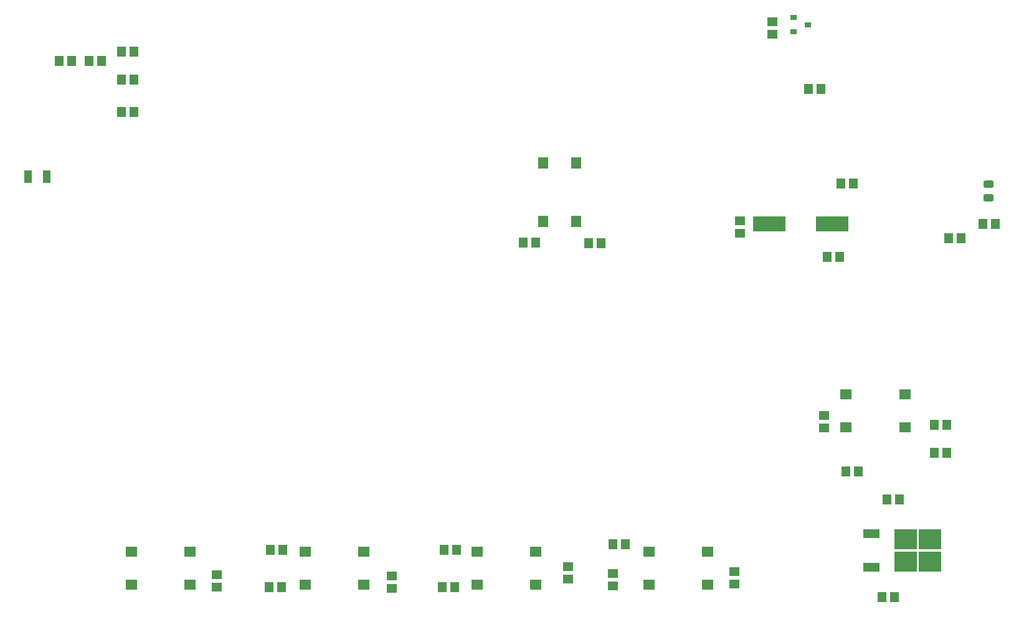
<source format=gbr>
%TF.GenerationSoftware,KiCad,Pcbnew,(6.0.5-0)*%
%TF.CreationDate,2022-07-21T01:55:02-04:00*%
%TF.ProjectId,Annahs_clock_hps,416e6e61-6873-45f6-936c-6f636b5f6870,rev?*%
%TF.SameCoordinates,Original*%
%TF.FileFunction,Paste,Top*%
%TF.FilePolarity,Positive*%
%FSLAX46Y46*%
G04 Gerber Fmt 4.6, Leading zero omitted, Abs format (unit mm)*
G04 Created by KiCad (PCBNEW (6.0.5-0)) date 2022-07-21 01:55:02*
%MOMM*%
%LPD*%
G01*
G04 APERTURE LIST*
G04 Aperture macros list*
%AMRoundRect*
0 Rectangle with rounded corners*
0 $1 Rounding radius*
0 $2 $3 $4 $5 $6 $7 $8 $9 X,Y pos of 4 corners*
0 Add a 4 corners polygon primitive as box body*
4,1,4,$2,$3,$4,$5,$6,$7,$8,$9,$2,$3,0*
0 Add four circle primitives for the rounded corners*
1,1,$1+$1,$2,$3*
1,1,$1+$1,$4,$5*
1,1,$1+$1,$6,$7*
1,1,$1+$1,$8,$9*
0 Add four rect primitives between the rounded corners*
20,1,$1+$1,$2,$3,$4,$5,0*
20,1,$1+$1,$4,$5,$6,$7,0*
20,1,$1+$1,$6,$7,$8,$9,0*
20,1,$1+$1,$8,$9,$2,$3,0*%
G04 Aperture macros list end*
%ADD10R,1.150000X1.400000*%
%ADD11R,1.000000X1.800000*%
%ADD12R,3.050000X2.750000*%
%ADD13R,2.200000X1.200000*%
%ADD14R,1.400000X1.150000*%
%ADD15R,0.900000X0.800000*%
%ADD16RoundRect,0.243750X-0.456250X0.243750X-0.456250X-0.243750X0.456250X-0.243750X0.456250X0.243750X0*%
%ADD17R,1.400000X1.600000*%
%ADD18R,4.500000X2.000000*%
%ADD19R,1.600000X1.400000*%
G04 APERTURE END LIST*
D10*
%TO.C,C6*%
X203288000Y-127000000D03*
X201588000Y-127000000D03*
%TD*%
%TO.C,R6*%
X94830000Y-67310000D03*
X93130000Y-67310000D03*
%TD*%
D11*
%TO.C,Y2*%
X87356000Y-83058000D03*
X84856000Y-83058000D03*
%TD*%
D10*
%TO.C,R17*%
X153885000Y-92075000D03*
X152185000Y-92075000D03*
%TD*%
D12*
%TO.C,U3*%
X207483000Y-135510000D03*
X204133000Y-135510000D03*
X207483000Y-132460000D03*
X204133000Y-132460000D03*
D13*
X199508000Y-131705000D03*
X199508000Y-136265000D03*
%TD*%
D10*
%TO.C,R18*%
X190920000Y-71120000D03*
X192620000Y-71120000D03*
%TD*%
D14*
%TO.C,R5*%
X193040000Y-117270000D03*
X193040000Y-115570000D03*
%TD*%
D10*
%TO.C,C2*%
X209970000Y-91440000D03*
X211670000Y-91440000D03*
%TD*%
%TO.C,R10*%
X97575000Y-74295000D03*
X99275000Y-74295000D03*
%TD*%
%TO.C,C10*%
X119517000Y-133858000D03*
X117817000Y-133858000D03*
%TD*%
%TO.C,C8*%
X97575000Y-69850000D03*
X99275000Y-69850000D03*
%TD*%
D15*
%TO.C,Q1*%
X188880000Y-61445000D03*
X188880000Y-63345000D03*
X190880000Y-62395000D03*
%TD*%
D10*
%TO.C,C7*%
X202653000Y-140335000D03*
X200953000Y-140335000D03*
%TD*%
D16*
%TO.C,D1*%
X215392000Y-85949000D03*
X215392000Y-84074000D03*
%TD*%
D14*
%TO.C,R13*%
X164338000Y-138835500D03*
X164338000Y-137135500D03*
%TD*%
D10*
%TO.C,R15*%
X141175000Y-138938000D03*
X142875000Y-138938000D03*
%TD*%
%TO.C,R12*%
X117602000Y-138938000D03*
X119302000Y-138938000D03*
%TD*%
D17*
%TO.C,SW6*%
X154845000Y-89207500D03*
X154845000Y-81207500D03*
X159345000Y-89207500D03*
X159345000Y-81207500D03*
%TD*%
D14*
%TO.C,R14*%
X186055000Y-63715000D03*
X186055000Y-62015000D03*
%TD*%
D10*
%TO.C,C11*%
X164338000Y-133120500D03*
X166038000Y-133120500D03*
%TD*%
D14*
%TO.C,R1*%
X134327000Y-139153000D03*
X134327000Y-137453000D03*
%TD*%
D18*
%TO.C,Y1*%
X185615000Y-89535000D03*
X194115000Y-89535000D03*
%TD*%
D14*
%TO.C,R8*%
X110490000Y-137238000D03*
X110490000Y-138938000D03*
%TD*%
%TO.C,R9*%
X158242000Y-137844000D03*
X158242000Y-136144000D03*
%TD*%
D19*
%TO.C,SW2*%
X122492000Y-134148000D03*
X130492000Y-134148000D03*
X122492000Y-138648000D03*
X130492000Y-138648000D03*
%TD*%
D10*
%TO.C,R11*%
X214630000Y-89535000D03*
X216330000Y-89535000D03*
%TD*%
%TO.C,C4*%
X195160000Y-93980000D03*
X193460000Y-93980000D03*
%TD*%
%TO.C,R16*%
X161075000Y-92192500D03*
X162775000Y-92192500D03*
%TD*%
D14*
%TO.C,C5*%
X181610000Y-89105000D03*
X181610000Y-90805000D03*
%TD*%
D10*
%TO.C,R4*%
X208065000Y-120650000D03*
X209765000Y-120650000D03*
%TD*%
D19*
%TO.C,SW1*%
X169228000Y-134148000D03*
X177228000Y-134148000D03*
X169228000Y-138648000D03*
X177228000Y-138648000D03*
%TD*%
D10*
%TO.C,C13*%
X143090000Y-133858000D03*
X141390000Y-133858000D03*
%TD*%
D14*
%TO.C,R2*%
X180848000Y-136818000D03*
X180848000Y-138518000D03*
%TD*%
D10*
%TO.C,C3*%
X196000000Y-123190000D03*
X197700000Y-123190000D03*
%TD*%
D19*
%TO.C,SW3*%
X106870000Y-138648000D03*
X98870000Y-138648000D03*
X106870000Y-134148000D03*
X98870000Y-134148000D03*
%TD*%
%TO.C,SW4*%
X153860000Y-138648000D03*
X145860000Y-138648000D03*
X153860000Y-134148000D03*
X145860000Y-134148000D03*
%TD*%
D10*
%TO.C,C1*%
X197065000Y-84035000D03*
X195365000Y-84035000D03*
%TD*%
%TO.C,R3*%
X208065000Y-116840000D03*
X209765000Y-116840000D03*
%TD*%
%TO.C,C9*%
X97575000Y-66040000D03*
X99275000Y-66040000D03*
%TD*%
D19*
%TO.C,SW5*%
X196025000Y-112685000D03*
X204025000Y-112685000D03*
X196025000Y-117185000D03*
X204025000Y-117185000D03*
%TD*%
D10*
%TO.C,R7*%
X90805000Y-67310000D03*
X89105000Y-67310000D03*
%TD*%
M02*

</source>
